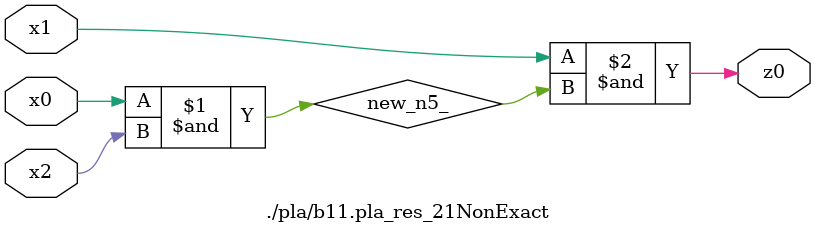
<source format=v>

module \./pla/b11.pla_res_21NonExact  ( 
    x0, x1, x2,
    z0  );
  input  x0, x1, x2;
  output z0;
  wire new_n5_;
  assign new_n5_ = x0 & x2;
  assign z0 = x1 & new_n5_;
endmodule



</source>
